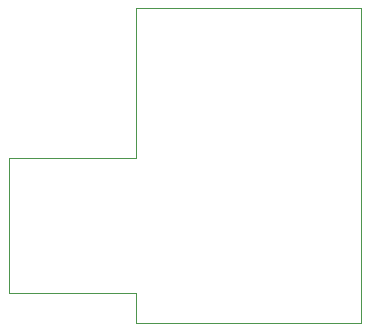
<source format=gbo>
G75*
%MOIN*%
%OFA0B0*%
%FSLAX25Y25*%
%IPPOS*%
%LPD*%
%AMOC8*
5,1,8,0,0,1.08239X$1,22.5*
%
%ADD10C,0.00000*%
D10*
X0001000Y0011000D02*
X0043500Y0011000D01*
X0043500Y0001000D01*
X0118421Y0001000D01*
X0118419Y0106001D01*
X0118500Y0106000D02*
X0043500Y0106000D01*
X0043500Y0056000D01*
X0001000Y0056000D01*
X0001000Y0011000D01*
M02*

</source>
